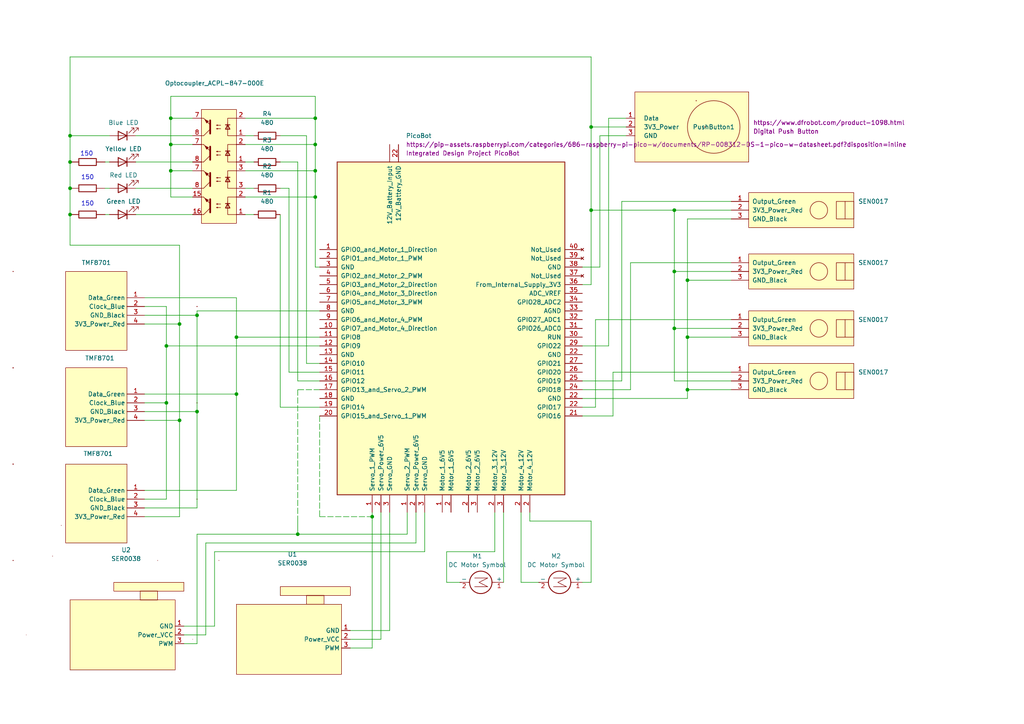
<source format=kicad_sch>
(kicad_sch (version 20250114) (generator "eeschema") (generator_version "9.0")
  (paper "A4")
  (lib_symbols
    (symbol "Device:LED" (pin_numbers (hide yes)) (pin_names (offset 1.016) (hide yes))
      (property "Reference" "D" (at 0 2.54 0))
      (property "Value" "LED" (at 0 -2.54 0))
      (symbol "LED_0_1"
        (polyline (pts (xy -3.048 -0.762) (xy -4.572 -2.286) (xy -3.81 -2.286) (xy -4.572 -2.286) (xy -4.572 -1.524)))
        (polyline (pts (xy -1.778 -0.762) (xy -3.302 -2.286) (xy -2.54 -2.286) (xy -3.302 -2.286) (xy -3.302 -1.524)))
        (polyline (pts (xy -1.27 0) (xy 1.27 0)))
        (polyline (pts (xy -1.27 -1.27) (xy -1.27 1.27)) (stroke (width 0.254)))
        (polyline (pts (xy 1.27 -1.27) (xy 1.27 1.27) (xy -1.27 0) (xy 1.27 -1.27)) (stroke (width 0.254)))
      )
      (symbol "LED_1_1"
        (pin passive line (at -3.81 0 0) (length 2.54) (name "K") (number "1"))
        (pin passive line (at 3.81 0 180) (length 2.54) (name "A") (number "2"))
      )
    )
    (symbol "Device:R" (pin_numbers (hide yes)) (pin_names (offset 0))
      (property "Reference" "R" (at 2.032 0 90))
      (property "Value" "R" (at 0 0 90))
      (symbol "R_0_1"
        (rectangle (start -1.016 -2.54) (end 1.016 2.54) (stroke (width 0.254)))
      )
      (symbol "R_1_1"
        (pin passive line (at 0 3.81 270) (length 1.27) (name "~") (number "1"))
        (pin passive line (at 0 -3.81 90) (length 1.27) (name "~") (number "2"))
      )
    )
    (symbol "IDP:Resistor" (pin_numbers (hide yes)) (pin_names (offset 0))
      (property "Datasheet" "https://static.rapidonline.com/pdf/561943_v1.pdf" (at -27.94 2.54 0))
      (property "Description" "Royal Ohm Carbon Film Resistor 0.25W" (at -27.94 5.08 0))
      (symbol "Resistor_0_1"
        (rectangle (start -1 5.08) (end 1 0) (stroke (width 0.254)))
      )
      (symbol "Resistor_1_1"
        (pin passive line (at 0 7.62 270) (length 2.54) (name "~") (number "1"))
        (pin passive line (at 0 -2.54 90) (length 2.54) (name "~") (number "2"))
      )
    )
    (symbol "IDP:Standard_Servo Graphic"
      (property "Reference" "U" (at 0 0 0))
      (property "Value" "SER0038" (at 10.16 -10.16 0))
      (property "Datasheet" "https://www.dfrobot.com/product-1177.html" (at 17.78 -25.4 0))
      (property "Description" "DF Metal Geared 15Kg Standard Servo 270° (DSS-M15S)" (at 17.78 -27.94 0))
      (symbol "Standard_Servo Graphic_0_1"
        (rectangle (start -50.8 22.86) (end -50.8 22.86))
        (rectangle (start -50.8 22.86) (end -50.8 22.86))
        (rectangle (start -30.48 27.94) (end -30.48 27.94))
        (rectangle (start -22.86 12.7) (end -22.86 12.7))
        (rectangle (start -22.86 12.7) (end -22.86 12.7))
        (rectangle (start -12.7 -10.16) (end -12.7 -10.16))
        (rectangle (start -5.08 12.7) (end -5.08 12.7))
        (rectangle (start -5.08 12.7) (end -5.08 12.7))
      )
      (symbol "Standard_Servo Graphic_1_1"
        (rectangle (start 0 0) (end 30.48 -20.32) (fill (type background)))
        (rectangle (start 12.7 5.08) (end 33.02 2.54) (fill (type background)))
        (rectangle (start 20.32 2.54) (end 25.4 0) (fill (type background)))
        (pin power_in line (at 33.02 -7.62 180) (length 2.54) (name "GND") (number "1"))
        (pin power_in line (at 33.02 -10.16 180) (length 2.54) (name "Power_VCC") (number "2"))
        (pin input line (at 33.02 -12.7 180) (length 2.54) (name "PWM") (number "3"))
      )
    )
    (symbol "IDP_sample:DC Motor Symbol" (pin_names (offset 0))
      (property "Reference" "M" (at 2.54 2.54 0))
      (property "Value" "DC Motor Symbol" (at 2.54 -5.08 0))
      (symbol "DC Motor Symbol_0_0"
        (polyline (pts (xy -1.27 -3.302) (xy -1.27 0.508) (xy 0 -2.032) (xy 1.27 0.508) (xy 1.27 -3.302)))
      )
      (symbol "DC Motor Symbol_0_1"
        (polyline (pts (xy 0 2.032) (xy 0 2.54)))
        (polyline (pts (xy 0 1.7272) (xy 0 2.0828)))
        (circle (center 0 -1.524) (radius 3.2512) (stroke (width 0.254)))
        (polyline (pts (xy 0 -4.7752) (xy 0 -5.1816)))
        (polyline (pts (xy 0 -7.62) (xy 0 -7.112)))
      )
      (symbol "DC Motor Symbol_1_1"
        (pin passive line (at 0 5.08 270) (length 2.54) (name "+") (number "1"))
        (pin passive line (at 0 -7.62 90) (length 2.54) (name "-") (number "2"))
      )
    )
    (symbol "IDP_sample:Line_Sensor" (pin_names (offset 1))
      (property "Value" "SEN0017" (at 0 7.62 0))
      (property "Datasheet" "https://www.dfrobot.com/product-85.html" (at 2.54 -12.7 0))
      (property "Description" "Line tracking sensor guides robots by distinguishing white from black via TTL signal." (at 12.7 -15.24 0))
      (symbol "Line_Sensor_1_1"
        (rectangle (start -15.24 5.08) (end 15.24 -5.08) (fill (type background)))
        (circle (center 5.08 0) (radius 2.54))
        (polyline (pts (xy 12.7 2.54) (xy 12.7 -2.54)))
        (rectangle (start 15.24 2.54) (end 10.16 -2.54))
        (pin output line (at -20.32 2.54 0) (length 5.08) (name "Output_Green") (number "1"))
        (pin power_in line (at -20.32 0 0) (length 5.08) (name "3V3_Power_Red") (number "2"))
        (pin power_in line (at -20.32 -2.54 0) (length 5.08) (name "GND_Black") (number "3"))
      )
    )
    (symbol "IDP_sample:Optocoupler_DC_PhotoNPN_AKEC"
      (property "Value" "Optocoupler_ACPL-847-000E" (at -15.24 -20.32 0))
      (property "Datasheet" "https://docs.broadcom.com/doc/AV02-1429EN" (at -20.32 27.94 0))
      (property "Description" "Optocoupler, Transistor Output, 4 Channel, DIP, 16 Pins, 50 mA, 5 kV, 50 %" (at 2.54 20.32 0))
      (symbol "Optocoupler_DC_PhotoNPN_AKEC_0_1"
        (polyline (pts (xy -5.08 12.7) (xy -2.54 12.7) (xy -2.54 8.89) (xy -2.54 10.795)))
        (polyline (pts (xy -5.08 5.08) (xy -2.54 5.08) (xy -2.54 1.27) (xy -2.54 3.175)))
        (polyline (pts (xy -5.08 -2.54) (xy -2.54 -2.54) (xy -2.54 -6.35) (xy -2.54 -4.445)))
        (polyline (pts (xy -5.08 -10.16) (xy -2.54 -10.16) (xy -2.54 -13.97) (xy -2.54 -12.065)))
        (polyline (pts (xy -3.175 9.525) (xy -1.905 9.525)) (stroke (width 0.254)))
        (polyline (pts (xy -3.175 1.905) (xy -1.905 1.905)) (stroke (width 0.254)))
        (polyline (pts (xy -3.175 -5.715) (xy -1.905 -5.715)) (stroke (width 0.254)))
        (polyline (pts (xy -3.175 -13.335) (xy -1.905 -13.335)) (stroke (width 0.254)))
        (polyline (pts (xy -2.54 9.525) (xy -2.54 7.62) (xy -5.08 7.62)))
        (polyline (pts (xy -2.54 9.525) (xy -3.175 10.795) (xy -1.905 10.795) (xy -2.54 9.525)) (stroke (width 0.254)))
        (polyline (pts (xy -2.54 1.905) (xy -2.54 0) (xy -5.08 0)))
        (polyline (pts (xy -2.54 1.905) (xy -3.175 3.175) (xy -1.905 3.175) (xy -2.54 1.905)) (stroke (width 0.254)))
        (polyline (pts (xy -2.54 -5.715) (xy -2.54 -7.62) (xy -5.08 -7.62)))
        (polyline (pts (xy -2.54 -5.715) (xy -3.175 -4.445) (xy -1.905 -4.445) (xy -2.54 -5.715)) (stroke (width 0.254)))
        (polyline (pts (xy -2.54 -13.335) (xy -2.54 -15.24) (xy -5.08 -15.24)))
        (polyline (pts (xy -2.54 -13.335) (xy -3.175 -12.065) (xy -1.905 -12.065) (xy -2.54 -13.335)) (stroke (width 0.254)))
        (polyline (pts (xy -0.508 10.668) (xy 0.762 10.668) (xy 0.381 10.541) (xy 0.381 10.795) (xy 0.762 10.668)))
        (polyline (pts (xy -0.508 9.652) (xy 0.762 9.652) (xy 0.381 9.525) (xy 0.381 9.779) (xy 0.762 9.652)))
        (polyline (pts (xy -0.508 3.048) (xy 0.762 3.048) (xy 0.381 2.921) (xy 0.381 3.175) (xy 0.762 3.048)))
        (polyline (pts (xy -0.508 2.032) (xy 0.762 2.032) (xy 0.381 1.905) (xy 0.381 2.159) (xy 0.762 2.032)))
        (polyline (pts (xy -0.508 -4.572) (xy 0.762 -4.572) (xy 0.381 -4.699) (xy 0.381 -4.445) (xy 0.762 -4.572)))
        (polyline (pts (xy -0.508 -5.588) (xy 0.762 -5.588) (xy 0.381 -5.715) (xy 0.381 -5.461) (xy 0.762 -5.588)))
        (polyline (pts (xy -0.508 -12.192) (xy 0.762 -12.192) (xy 0.381 -12.319) (xy 0.381 -12.065) (xy 0.762 -12.192)))
        (polyline (pts (xy -0.508 -13.208) (xy 0.762 -13.208) (xy 0.381 -13.335) (xy 0.381 -13.081) (xy 0.762 -13.208)))
        (polyline (pts (xy 2.54 12.065) (xy 2.54 8.255)) (stroke (width 0.508)))
        (polyline (pts (xy 2.54 10.795) (xy 4.445 12.7)))
        (polyline (pts (xy 2.54 4.445) (xy 2.54 0.635)) (stroke (width 0.508)))
        (polyline (pts (xy 2.54 3.175) (xy 4.445 5.08)))
        (polyline (pts (xy 2.54 -3.175) (xy 2.54 -6.985)) (stroke (width 0.508)))
        (polyline (pts (xy 2.54 -4.445) (xy 4.445 -2.54)))
        (polyline (pts (xy 2.54 -10.795) (xy 2.54 -14.605)) (stroke (width 0.508)))
        (polyline (pts (xy 2.54 -12.065) (xy 4.445 -10.16)))
        (polyline (pts (xy 3.048 8.509) (xy 3.556 9.017) (xy 4.064 8.001) (xy 3.048 8.509)) (fill (type outline)))
        (polyline (pts (xy 3.048 0.889) (xy 3.556 1.397) (xy 4.064 0.381) (xy 3.048 0.889)) (fill (type outline)))
        (polyline (pts (xy 3.048 -6.731) (xy 3.556 -6.223) (xy 4.064 -7.239) (xy 3.048 -6.731)) (fill (type outline)))
        (polyline (pts (xy 3.048 -14.351) (xy 3.556 -13.843) (xy 4.064 -14.859) (xy 3.048 -14.351)) (fill (type outline)))
        (polyline (pts (xy 4.445 12.7) (xy 5.08 12.7)))
        (polyline (pts (xy 4.445 7.62) (xy 2.54 9.525)) (fill (type outline)))
        (polyline (pts (xy 4.445 7.62) (xy 5.08 7.62)))
        (polyline (pts (xy 4.445 5.08) (xy 5.08 5.08)))
        (polyline (pts (xy 4.445 0) (xy 2.54 1.905)) (fill (type outline)))
        (polyline (pts (xy 4.445 0) (xy 5.08 0)))
        (polyline (pts (xy 4.445 -2.54) (xy 5.08 -2.54)))
        (polyline (pts (xy 4.445 -7.62) (xy 2.54 -5.715)) (fill (type outline)))
        (polyline (pts (xy 4.445 -7.62) (xy 5.08 -7.62)))
        (polyline (pts (xy 4.445 -10.16) (xy 5.08 -10.16)))
        (polyline (pts (xy 4.445 -15.24) (xy 2.54 -13.335)) (fill (type outline)))
        (polyline (pts (xy 4.445 -15.24) (xy 5.08 -15.24)))
        (rectangle (start 5.08 12.7) (end 5.08 12.7))
        (rectangle (start 5.08 12.7) (end 5.08 12.7))
        (rectangle (start 5.08 5.08) (end 5.08 5.08))
        (rectangle (start 5.08 5.08) (end 5.08 5.08))
        (rectangle (start 5.08 5.08) (end 5.08 5.08))
        (rectangle (start 5.08 -2.54) (end 5.08 -2.54))
        (rectangle (start 5.08 -2.54) (end 5.08 -2.54))
        (rectangle (start 5.08 -10.16) (end 5.08 -10.16))
        (rectangle (start 5.08 -10.16) (end 5.08 -10.16))
        (rectangle (start 7.62 12.7) (end 5.08 12.7))
        (rectangle (start 7.62 12.7) (end 7.62 12.7))
        (rectangle (start 7.62 12.7) (end 7.62 12.7))
        (rectangle (start 7.62 5.08) (end 5.08 5.08))
        (rectangle (start 7.62 5.08) (end 7.62 5.08))
        (rectangle (start 7.62 5.08) (end 7.62 5.08))
        (rectangle (start 7.62 -2.54) (end 5.08 -2.54))
        (rectangle (start 7.62 -2.54) (end 7.62 -2.54))
        (rectangle (start 7.62 -2.54) (end 7.62 -2.54))
        (rectangle (start 7.62 -10.16) (end 5.08 -10.16))
        (rectangle (start 7.62 -10.16) (end 7.62 -10.16))
        (rectangle (start 7.62 -10.16) (end 7.62 -10.16))
      )
      (symbol "Optocoupler_DC_PhotoNPN_AKEC_1_1"
        (rectangle (start -5.08 15.24) (end 5.08 -17.78) (fill (type color) (color 255 255 194 1)))
        (pin passive line (at -7.62 12.7 0) (length 2.54) (name "~") (number "1"))
        (pin passive line (at -7.62 7.62 0) (length 2.54) (name "~") (number "2"))
        (pin passive line (at -7.62 5.08 0) (length 2.54) (name "~") (number "3"))
        (pin passive line (at -7.62 0 0) (length 2.54) (name "~") (number "3"))
        (pin passive line (at -7.62 -2.54 0) (length 2.54) (name "~") (number "1"))
        (pin passive line (at -7.62 -7.62 0) (length 2.54) (name "~") (number "2"))
        (pin passive line (at -7.62 -10.16 0) (length 2.54) (name "~") (number "1"))
        (pin passive line (at -7.62 -15.24 0) (length 2.54) (name "~") (number "2"))
        (pin passive line (at 7.62 12.7 180) (length 2.54) (name "~") (number "16"))
        (pin passive line (at 7.62 7.62 180) (length 2.54) (name "~") (number "15"))
        (pin passive line (at 7.62 5.08 180) (length 2.54) (name "~") (number "8"))
        (pin passive line (at 7.62 0 180) (length 2.54) (name "~") (number "7"))
        (pin passive line (at 7.62 -2.54 180) (length 2.54) (name "~") (number "8"))
        (pin passive line (at 7.62 -7.62 180) (length 2.54) (name "~") (number "7"))
        (pin passive line (at 7.62 -10.16 180) (length 2.54) (name "~") (number "8"))
        (pin passive line (at 7.62 -15.24 180) (length 2.54) (name "~") (number "7"))
      )
    )
    (symbol "IDP_sample:PicoBot" (pin_names (offset 1))
      (property "Value" "PicoBot" (at 78.74 -43.18 0))
      (property "Datasheet" "https://pip-assets.raspberrypi.com/categories/686-raspberry-pi-pico-w/documents/RP-008312-DS-1-pico-w-datasheet.pdf?disposition=inline" (at 2.54 -63.5 0))
      (property "Description" "Integrated Design Project PicoBot" (at 2.54 -66.04 0))
      (symbol "PicoBot_0_1"
        (rectangle (start -27.94 15.24) (end -27.94 15.24))
        (polyline (pts (xy -27.94 15.24) (xy -27.94 15.24)))
        (polyline (pts (xy -27.94 15.24) (xy -27.94 15.24)))
        (polyline (pts (xy -27.94 15.24) (xy -27.94 15.24)))
      )
      (symbol "PicoBot_1_1"
        (rectangle (start -33.02 53.34) (end 33.02 -43.18) (stroke (width 0.254)) (fill (type color) (color 255 255 194 1)))
        (pin bidirectional line (at -38.1 27.94 0) (length 5.08) (name "GPIO0_and_Motor_1_Direction") (number "1"))
        (pin bidirectional line (at -38.1 25.4 0) (length 5.08) (name "GPIO1_and_Motor_1_PWM") (number "2"))
        (pin power_out line (at -38.1 22.86 0) (length 5.08) (name "GND") (number "3"))
        (pin bidirectional line (at -38.1 20.32 0) (length 5.08) (name "GPIO2_and_Motor_2_PWM") (number "4"))
        (pin bidirectional line (at -38.1 17.78 0) (length 5.08) (name "GPIO3_and_Motor_2_Direction") (number "5"))
        (pin bidirectional line (at -38.1 15.24 0) (length 5.08) (name "GPIO4_and_Motor_3_Direction") (number "6"))
        (pin bidirectional line (at -38.1 12.7 0) (length 5.08) (name "GPIO5_and_Motor_3_PWM") (number "7"))
        (pin power_out line (at -38.1 10.16 0) (length 5.08) (name "GND") (number "8"))
        (pin bidirectional line (at -38.1 7.62 0) (length 5.08) (name "GPIO6_and_Motor_4_PWM") (number "9"))
        (pin bidirectional line (at -38.1 5.08 0) (length 5.08) (name "GPIO7_and_Motor_4_Direction") (number "10"))
        (pin bidirectional line (at -38.1 2.54 0) (length 5.08) (name "GPIO8") (number "11"))
        (pin bidirectional line (at -38.1 0 0) (length 5.08) (name "GPIO9") (number "12"))
        (pin power_out line (at -38.1 -2.54 0) (length 5.08) (name "GND") (number "13"))
        (pin bidirectional line (at -38.1 -5.08 0) (length 5.08) (name "GPIO10") (number "14"))
        (pin bidirectional line (at -38.1 -7.62 0) (length 5.08) (name "GPIO11") (number "15"))
        (pin bidirectional line (at -38.1 -10.16 0) (length 5.08) (name "GPIO12") (number "16"))
        (pin bidirectional line (at -38.1 -12.7 0) (length 5.08) (name "GPIO13_and_Servo_2_PWM") (number "17"))
        (pin power_out line (at -38.1 -15.24 0) (length 5.08) (name "GND") (number "18"))
        (pin bidirectional line (at -38.1 -17.78 0) (length 5.08) (name "GPIO14") (number "19"))
        (pin bidirectional line (at -38.1 -20.32 0) (length 5.08) (name "GPIO15_and_Servo_1_PWM") (number "20"))
        (pin output line (at -22.86 -48.26 90) (length 5.08) (name "Servo_1_PWM") (number "1"))
        (pin power_out line (at -20.32 -48.26 90) (length 5.08) (name "Servo_Power_6V5") (number "2"))
        (pin power_in line (at -17.78 58.42 270) (length 5.08) (name "12V_Battery_Input") (number ""))
        (pin power_out line (at -17.78 -48.26 90) (length 5.08) (name "Servo_GND") (number "3"))
        (pin power_out line (at -15.24 58.42 270) (length 5.08) (name "12V_Battery_GND") (number "22"))
        (pin output line (at -12.7 -48.26 90) (length 5.08) (name "Servo_2_PWM") (number "1"))
        (pin power_out line (at -10.16 -48.26 90) (length 5.08) (name "Servo_Power_6V5") (number "2"))
        (pin power_out line (at -7.62 -48.26 90) (length 5.08) (name "Servo_GND") (number "3"))
        (pin power_out line (at -2.54 -48.26 90) (length 5.08) (name "Motor_1_6V5") (number "1"))
        (pin power_out line (at 0 -48.26 90) (length 5.08) (name "Motor_1_6V5") (number "2"))
        (pin power_out line (at 5.08 -48.26 90) (length 5.08) (name "Motor_2_6V5") (number "2"))
        (pin power_out line (at 7.62 -48.26 90) (length 5.08) (name "Motor_2_6V5") (number "3"))
        (pin power_out line (at 12.7 -48.26 90) (length 5.08) (name "Motor_3_12V") (number "2"))
        (pin power_out line (at 15.24 -48.26 90) (length 5.08) (name "Motor_3_12V") (number "3"))
        (pin power_out line (at 20.32 -48.26 90) (length 5.08) (name "Motor_4_12V") (number "2"))
        (pin power_out line (at 22.86 -48.26 90) (length 5.08) (name "Motor_4_12V") (number "2"))
        (pin no_connect line (at 38.1 27.94 180) (length 5.08) (name "Not_Used") (number "40"))
        (pin no_connect line (at 38.1 25.4 180) (length 5.08) (name "Not_Used") (number "39"))
        (pin power_out line (at 38.1 22.86 180) (length 5.08) (name "GND") (number "38"))
        (pin no_connect line (at 38.1 20.32 180) (length 5.08) (name "Not_Used") (number "37"))
        (pin power_out line (at 38.1 17.78 180) (length 5.08) (name "From_Internal_Supply_3V3") (number "36"))
        (pin power_in line (at 38.1 15.24 180) (length 5.08) (name "ADC_VREF") (number "35"))
        (pin bidirectional line (at 38.1 12.7 180) (length 5.08) (name "GPIO28_ADC2") (number "34"))
        (pin power_out line (at 38.1 10.16 180) (length 5.08) (name "AGND") (number "33"))
        (pin bidirectional line (at 38.1 7.62 180) (length 5.08) (name "GPIO27_ADC1") (number "32"))
        (pin bidirectional line (at 38.1 5.08 180) (length 5.08) (name "GPIO26_ADC0") (number "31"))
        (pin passive line (at 38.1 2.54 180) (length 5.08) (name "RUN") (number "30"))
        (pin bidirectional line (at 38.1 0 180) (length 5.08) (name "GPIO22") (number "29"))
        (pin power_out line (at 38.1 -2.54 180) (length 5.08) (name "GND") (number "22"))
        (pin bidirectional line (at 38.1 -5.08 180) (length 5.08) (name "GPIO21") (number "27"))
        (pin bidirectional line (at 38.1 -7.62 180) (length 5.08) (name "GPIO20") (number "26"))
        (pin bidirectional line (at 38.1 -10.16 180) (length 5.08) (name "GPIO19") (number "25"))
        (pin bidirectional line (at 38.1 -12.7 180) (length 5.08) (name "GPIO18") (number "24"))
        (pin power_out line (at 38.1 -15.24 180) (length 5.08) (name "GND") (number "22"))
        (pin bidirectional line (at 38.1 -17.78 180) (length 5.08) (name "GPIO17") (number "22"))
        (pin bidirectional line (at 38.1 -20.32 180) (length 5.08) (name "GPIO16") (number "21"))
      )
    )
    (symbol "IDP_sample:Push_Button" (pin_names (offset 2.54))
      (property "Reference" "PushButton" (at 5.08 0 0))
      (property "Datasheet" "https://www.dfrobot.com/product-1098.html" (at 0 15.24 0))
      (property "Description" "Digital Push Button" (at 0 17.78 0))
      (symbol "Push_Button_1_1"
        (rectangle (start -17.78 10.16) (end 15.24 -10.16) (fill (type background)))
        (circle (center 0 7.62) (radius 0.0001))
        (circle (center 2.54 0) (radius 0.0001))
        (circle (center 5.08 0) (radius 7.62))
        (pin output line (at -20.32 2.54 0) (length 2.54) (name "Data") (number "1"))
        (pin power_in line (at -20.32 0 0) (length 2.54) (name "3V3_Power") (number "2"))
        (pin power_in line (at -20.32 -2.54 0) (length 2.54) (name "GND") (number "3"))
      )
    )
    (symbol "IDP_sample:TMF8701_Distance_Sensor"
      (property "Value" "TMF8701" (at 2.54 -15.24 0))
      (property "Datasheet" "https://www.dfrobot.com/product-2462.html" (at 2.54 -20.32 0))
      (property "Description" "TMF8701 ToF Distance Ranging Sensor (10-600mm)" (at 2.54 -22.86 0))
      (symbol "TMF8701_Distance_Sensor_0_1"
        (circle (center 27.94 -12.7) (radius 0.0001))
      )
      (symbol "TMF8701_Distance_Sensor_1_1"
        (circle (center -25.4 -2.54) (radius 0.0001))
        (rectangle (start 12.7 10.16) (end -5.08 -12.7) (fill (type background)))
        (circle (center 27.94 15.24) (radius 0.0001))
        (pin power_in line (at -10.16 2.54 0) (length 5.08) (name "3V3_Power_Red") (number "4"))
        (pin power_in line (at -10.16 0 0) (length 5.08) (name "GND_Black") (number "3"))
        (pin input line (at -10.16 -2.54 0) (length 5.08) (name "Clock_Blue") (number "2"))
        (pin bidirectional line (at -10.16 -5.08 0) (length 5.08) (name "Data_Green") (number "1"))
      )
    )
  )
  (text "150\n" (at 25.4 51.562 0) (effects (font (size 1.27 1.27))))
  (text "150\n" (at 25.146 44.704 0) (effects (font (size 1.27 1.27))))
  (text "150\n" (at 25.4 59.182 0) (effects (font (size 1.27 1.27))))
  (junction (at 171.45 36.83))
  (junction (at 171.45 60.96))
  (junction (at 199.39 97.79))
  (junction (at 68.58 97.79))
  (junction (at 68.58 114.3))
  (junction (at 91.44 57.15))
  (junction (at 20.32 54.61))
  (junction (at 52.07 93.98))
  (junction (at 52.07 121.92))
  (junction (at 91.44 41.91))
  (junction (at 49.53 41.91))
  (junction (at 20.32 62.23))
  (junction (at 195.58 95.25))
  (junction (at 57.15 119.38))
  (junction (at 199.39 113.03))
  (junction (at 107.95 149.86))
  (junction (at 20.32 46.99))
  (junction (at 86.36 154.94))
  (junction (at 57.15 91.44))
  (junction (at 195.58 78.74))
  (junction (at 49.53 34.29))
  (junction (at 195.58 60.96))
  (junction (at 199.39 81.28))
  (junction (at 48.26 116.84))
  (junction (at 91.44 49.53))
  (junction (at 91.44 34.29))
  (junction (at 49.53 49.53))
  (junction (at 20.32 39.37))
  (junction (at 48.26 100.33))
  (wire (pts (xy 57.15 186.69) (xy 57.15 154.94)))
  (wire (pts (xy 195.58 95.25) (xy 195.58 78.74)))
  (wire (pts (xy 49.53 34.29) (xy 55.88 34.29)))
  (wire (pts (xy 101.6 187.96) (xy 107.95 187.96)))
  (wire (pts (xy 86.36 113.03) (xy 86.36 151.13)) (stroke (width 0) (type dash)))
  (wire (pts (xy 71.12 57.15) (xy 91.44 57.15)))
  (wire (pts (xy 41.91 147.32) (xy 57.15 147.32)))
  (wire (pts (xy 41.91 144.78) (xy 48.26 144.78)))
  (wire (pts (xy 212.09 95.25) (xy 195.58 95.25)))
  (wire (pts (xy 39.37 54.61) (xy 55.88 54.61)))
  (wire (pts (xy 92.71 90.17) (xy 57.15 90.17)))
  (wire (pts (xy 68.58 114.3) (xy 68.58 97.79)))
  (wire (pts (xy 151.13 148.59) (xy 151.13 168.91)))
  (wire (pts (xy 71.12 34.29) (xy 91.44 34.29)))
  (wire (pts (xy 41.91 119.38) (xy 57.15 119.38)))
  (wire (pts (xy 57.15 119.38) (xy 57.15 147.32)))
  (wire (pts (xy 118.11 154.94) (xy 118.11 148.59)))
  (wire (pts (xy 171.45 16.51) (xy 20.32 16.51)))
  (wire (pts (xy 71.12 41.91) (xy 91.44 41.91)))
  (wire (pts (xy 55.88 57.15) (xy 49.53 57.15)))
  (wire (pts (xy 62.23 160.02) (xy 123.19 160.02)))
  (wire (pts (xy 171.45 60.96) (xy 171.45 36.83)))
  (wire (pts (xy 48.26 116.84) (xy 48.26 144.78)))
  (wire (pts (xy 83.82 107.95) (xy 83.82 54.61)))
  (wire (pts (xy 195.58 78.74) (xy 195.58 60.96)))
  (wire (pts (xy 73.66 46.99) (xy 71.12 46.99)))
  (wire (pts (xy 107.95 149.86) (xy 107.95 148.59)))
  (wire (pts (xy 143.51 148.59) (xy 143.51 160.02)))
  (wire (pts (xy 172.72 92.71) (xy 212.09 92.71)))
  (wire (pts (xy 20.32 39.37) (xy 20.32 46.99)))
  (wire (pts (xy 91.44 41.91) (xy 91.44 49.53)))
  (wire (pts (xy 151.13 168.91) (xy 156.21 168.91)))
  (wire (pts (xy 20.32 71.12) (xy 52.07 71.12)))
  (wire (pts (xy 143.51 160.02) (xy 129.54 160.02)))
  (wire (pts (xy 57.15 90.17) (xy 57.15 91.44)))
  (wire (pts (xy 110.49 185.42) (xy 110.49 148.59)))
  (wire (pts (xy 39.37 46.99) (xy 55.88 46.99)))
  (wire (pts (xy 91.44 49.53) (xy 91.44 57.15)))
  (wire (pts (xy 199.39 115.57) (xy 168.91 115.57)))
  (wire (pts (xy 129.54 168.91) (xy 133.35 168.91)))
  (wire (pts (xy 41.91 121.92) (xy 52.07 121.92)))
  (wire (pts (xy 59.69 157.48) (xy 120.65 157.48)))
  (wire (pts (xy 171.45 151.13) (xy 153.67 151.13)))
  (wire (pts (xy 41.91 116.84) (xy 48.26 116.84)))
  (wire (pts (xy 41.91 114.3) (xy 68.58 114.3)))
  (wire (pts (xy 20.32 46.99) (xy 20.32 54.61)))
  (wire (pts (xy 172.72 118.11) (xy 172.72 92.71)))
  (wire (pts (xy 171.45 168.91) (xy 171.45 151.13)))
  (wire (pts (xy 91.44 34.29) (xy 91.44 41.91)))
  (wire (pts (xy 199.39 97.79) (xy 199.39 113.03)))
  (wire (pts (xy 92.71 107.95) (xy 83.82 107.95)))
  (wire (pts (xy 52.07 93.98) (xy 52.07 121.92)))
  (wire (pts (xy 176.53 34.29) (xy 176.53 100.33)))
  (wire (pts (xy 199.39 81.28) (xy 199.39 97.79)))
  (wire (pts (xy 168.91 118.11) (xy 172.72 118.11)))
  (wire (pts (xy 212.09 81.28) (xy 199.39 81.28)))
  (wire (pts (xy 212.09 78.74) (xy 195.58 78.74)))
  (wire (pts (xy 113.03 148.59) (xy 113.03 182.88)))
  (wire (pts (xy 88.9 105.41) (xy 92.71 105.41)))
  (wire (pts (xy 41.91 88.9) (xy 48.26 88.9)))
  (wire (pts (xy 81.28 62.23) (xy 81.28 118.11)))
  (wire (pts (xy 177.8 120.65) (xy 177.8 107.95)))
  (wire (pts (xy 101.6 185.42) (xy 110.49 185.42)))
  (wire (pts (xy 168.91 82.55) (xy 171.45 82.55)))
  (wire (pts (xy 39.37 39.37) (xy 55.88 39.37)))
  (wire (pts (xy 171.45 36.83) (xy 171.45 16.51)))
  (wire (pts (xy 177.8 107.95) (xy 212.09 107.95)))
  (wire (pts (xy 92.71 120.65) (xy 92.71 149.86)) (stroke (width 0) (type dash)))
  (wire (pts (xy 86.36 154.94) (xy 118.11 154.94)))
  (wire (pts (xy 173.99 39.37) (xy 173.99 77.47)))
  (wire (pts (xy 92.71 110.49) (xy 86.36 110.49)))
  (wire (pts (xy 20.32 16.51) (xy 20.32 39.37)))
  (wire (pts (xy 199.39 113.03) (xy 212.09 113.03)))
  (wire (pts (xy 39.37 62.23) (xy 55.88 62.23)))
  (wire (pts (xy 181.61 39.37) (xy 173.99 39.37)))
  (wire (pts (xy 59.69 184.15) (xy 59.69 157.48)))
  (wire (pts (xy 49.53 34.29) (xy 49.53 27.94)))
  (wire (pts (xy 173.99 77.47) (xy 168.91 77.47)))
  (wire (pts (xy 199.39 63.5) (xy 199.39 81.28)))
  (wire (pts (xy 62.23 181.61) (xy 62.23 160.02)))
  (wire (pts (xy 212.09 76.2) (xy 182.88 76.2)))
  (wire (pts (xy 92.71 149.86) (xy 107.95 149.86)) (stroke (width 0) (type dash)))
  (wire (pts (xy 168.91 168.91) (xy 171.45 168.91)))
  (wire (pts (xy 92.71 100.33) (xy 48.26 100.33)))
  (wire (pts (xy 30.48 46.99) (xy 31.75 46.99)))
  (wire (pts (xy 91.44 57.15) (xy 91.44 77.47)))
  (wire (pts (xy 153.67 148.59) (xy 153.67 151.13)))
  (wire (pts (xy 49.53 27.94) (xy 91.44 27.94)))
  (wire (pts (xy 30.48 54.61) (xy 31.75 54.61)))
  (wire (pts (xy 86.36 46.99) (xy 81.28 46.99)))
  (wire (pts (xy 101.6 182.88) (xy 113.03 182.88)))
  (wire (pts (xy 171.45 60.96) (xy 195.58 60.96)))
  (wire (pts (xy 49.53 49.53) (xy 49.53 41.91)))
  (wire (pts (xy 52.07 121.92) (xy 52.07 149.86)))
  (wire (pts (xy 212.09 97.79) (xy 199.39 97.79)))
  (wire (pts (xy 212.09 110.49) (xy 195.58 110.49)))
  (wire (pts (xy 68.58 97.79) (xy 92.71 97.79)))
  (wire (pts (xy 53.34 186.69) (xy 57.15 186.69)))
  (wire (pts (xy 199.39 113.03) (xy 199.39 115.57)))
  (wire (pts (xy 53.34 181.61) (xy 62.23 181.61)))
  (wire (pts (xy 41.91 93.98) (xy 52.07 93.98)))
  (wire (pts (xy 52.07 149.86) (xy 41.91 149.86)))
  (wire (pts (xy 52.07 71.12) (xy 52.07 93.98)))
  (wire (pts (xy 81.28 118.11) (xy 92.71 118.11)))
  (wire (pts (xy 212.09 63.5) (xy 199.39 63.5)))
  (wire (pts (xy 53.34 184.15) (xy 59.69 184.15)))
  (wire (pts (xy 68.58 114.3) (xy 68.58 142.24)))
  (wire (pts (xy 73.66 54.61) (xy 71.12 54.61)))
  (wire (pts (xy 49.53 41.91) (xy 49.53 34.29)))
  (wire (pts (xy 88.9 39.37) (xy 88.9 105.41)))
  (wire (pts (xy 83.82 54.61) (xy 81.28 54.61)))
  (wire (pts (xy 68.58 86.36) (xy 68.58 97.79)))
  (wire (pts (xy 30.48 62.23) (xy 31.75 62.23)))
  (wire (pts (xy 48.26 100.33) (xy 48.26 88.9)))
  (wire (pts (xy 57.15 91.44) (xy 57.15 119.38)))
  (wire (pts (xy 49.53 49.53) (xy 55.88 49.53)))
  (wire (pts (xy 146.05 148.59) (xy 146.05 168.91)))
  (wire (pts (xy 171.45 82.55) (xy 171.45 60.96)))
  (wire (pts (xy 107.95 187.96) (xy 107.95 149.86)))
  (wire (pts (xy 92.71 113.03) (xy 86.36 113.03)) (stroke (width 0) (type dash)))
  (wire (pts (xy 182.88 113.03) (xy 168.91 113.03)))
  (wire (pts (xy 41.91 86.36) (xy 68.58 86.36)))
  (wire (pts (xy 73.66 62.23) (xy 71.12 62.23)))
  (wire (pts (xy 120.65 157.48) (xy 120.65 148.59)))
  (wire (pts (xy 195.58 110.49) (xy 195.58 95.25)))
  (wire (pts (xy 41.91 142.24) (xy 68.58 142.24)))
  (wire (pts (xy 86.36 110.49) (xy 86.36 46.99)))
  (wire (pts (xy 71.12 49.53) (xy 91.44 49.53)))
  (wire (pts (xy 195.58 60.96) (xy 212.09 60.96)))
  (wire (pts (xy 171.45 36.83) (xy 181.61 36.83)))
  (wire (pts (xy 91.44 77.47) (xy 92.71 77.47)))
  (wire (pts (xy 49.53 41.91) (xy 55.88 41.91)))
  (wire (pts (xy 180.34 58.42) (xy 180.34 110.49)))
  (wire (pts (xy 180.34 110.49) (xy 168.91 110.49)))
  (wire (pts (xy 182.88 76.2) (xy 182.88 113.03)))
  (wire (pts (xy 41.91 91.44) (xy 57.15 91.44)))
  (wire (pts (xy 168.91 120.65) (xy 177.8 120.65)))
  (wire (pts (xy 20.32 39.37) (xy 31.75 39.37)))
  (wire (pts (xy 73.66 39.37) (xy 71.12 39.37)))
  (wire (pts (xy 181.61 34.29) (xy 176.53 34.29)))
  (wire (pts (xy 20.32 54.61) (xy 20.32 62.23)))
  (wire (pts (xy 48.26 100.33) (xy 48.26 116.84)))
  (wire (pts (xy 176.53 100.33) (xy 168.91 100.33)))
  (wire (pts (xy 91.44 27.94) (xy 91.44 34.29)))
  (wire (pts (xy 49.53 57.15) (xy 49.53 49.53)))
  (wire (pts (xy 123.19 160.02) (xy 123.19 148.59)))
  (wire (pts (xy 20.32 62.23) (xy 20.32 71.12)))
  (wire (pts (xy 129.54 160.02) (xy 129.54 168.91)))
  (wire (pts (xy 212.09 58.42) (xy 180.34 58.42)))
  (wire (pts (xy 86.36 154.94) (xy 86.36 151.13)))
  (wire (pts (xy 88.9 39.37) (xy 81.28 39.37)))
  (wire (pts (xy 57.15 154.94) (xy 86.36 154.94)))
  (symbol (lib_id "IDP:Standard_Servo Graphic") (at 20.32 173.99 0) (unit 1)
    (property "Reference" "U2" (at 36.576 159.512 0))
    (property "Value" "SER0038" (at 36.576 162.052 0))
    (property "Footprint" "Connector_PinHeader_2.54mm:PinHeader_1x03_P2.54mm_Vertical" (effects (hide yes)))
    (property "Datasheet" "https://www.dfrobot.com/product-1177.html" (effects (hide yes)))
    (property "Description" "DF Metal Geared 15Kg Standard Servo 270° (DSS-M15S)" (effects (hide yes)))
  )
  (symbol (lib_id "IDP:Standard_Servo Graphic") (at 68.58 175.26 0) (unit 1)
    (property "Reference" "U1" (at 84.836 160.782 0))
    (property "Value" "SER0038" (at 84.836 163.322 0))
    (property "Footprint" "Connector_PinHeader_2.54mm:PinHeader_1x03_P2.54mm_Vertical" (effects (hide yes)))
    (property "Datasheet" "https://www.dfrobot.com/product-1177.html" (effects (hide yes)))
    (property "Description" "DF Metal Geared 15Kg Standard Servo 270° (DSS-M15S)" (effects (hide yes)))
  )
  (symbol (lib_id "Device:R") (at 77.47 46.99 90) (unit 1)
    (property "Reference" "R3" (at 77.47 40.64 90))
    (property "Value" "480" (at 77.47 43.18 90))
    (property "Footprint" "Resistor_THT:R_Axial_DIN0207_L6.3mm_D2.5mm_P7.62mm_Horizontal" (effects (hide yes)))
    (property "Description" "Resistor" (effects (hide yes)))
  )
  (symbol (lib_id "Device:LED") (at 35.56 46.99 180) (unit 1)
    (property "Reference" "D3" (effects (hide yes)))
    (property "Value" "Yellow LED" (at 35.814 43.18 0))
    (property "Footprint" "LED_THT:LED_D5.0mm" (effects (hide yes)))
    (property "Description" "Light emitting diode" (effects (hide yes)))
    (property "Sim.Pins" "1=K 2=A" (effects (hide yes)))
  )
  (symbol (lib_id "IDP_sample:TMF8701_Distance_Sensor") (at 31.75 147.32 180) (unit 1)
    (property "Reference" "Sensor6" (effects (hide yes)))
    (property "Value" "TMF8701" (at 28.448 131.572 0))
    (property "Footprint" "Connector_PinHeader_2.54mm:PinHeader_1x04_P2.54mm_Vertical" (effects (hide yes)))
    (property "Datasheet" "https://www.dfrobot.com/product-2462.html" (effects (hide yes)))
    (property "Description" "TMF8701 ToF Distance Ranging Sensor (10-600mm)" (effects (hide yes)))
  )
  (symbol (lib_id "IDP_sample:Line_Sensor") (at 232.41 95.25 0) (unit 1)
    (property "Reference" "Sensor3" (effects (hide yes)))
    (property "Value" "SEN0017" (at 248.92 92.7099 0) (effects (justify left)))
    (property "Footprint" "Connector_PinHeader_2.54mm:PinHeader_1x03_P2.54mm_Vertical" (effects (hide yes)))
    (property "Datasheet" "https://www.dfrobot.com/product-85.html" (effects (hide yes)))
    (property "Description" "Line tracking sensor guides robots by distinguishing white from black via TTL signal." (effects (hide yes)))
  )
  (symbol (lib_id "IDP:Resistor") (at 22.86 62.23 270) (unit 1)
    (property "Reference" "Resistor1" (effects (hide yes)))
    (property "Value" "Test" (effects (hide yes)))
    (property "Footprint" "Resistor_THT:R_Axial_DIN0207_L6.3mm_D2.5mm_P7.62mm_Horizontal" (effects (hide yes)))
    (property "Datasheet" "https://static.rapidonline.com/pdf/561943_v1.pdf" (effects (hide yes)))
    (property "Description" "Royal Ohm Carbon Film Resistor 0.25W" (effects (hide yes)))
  )
  (symbol (lib_id "IDP_sample:Line_Sensor") (at 232.41 60.96 0) (unit 1)
    (property "Reference" "Sensor1" (effects (hide yes)))
    (property "Value" "SEN0017" (at 248.92 58.4199 0) (effects (justify left)))
    (property "Footprint" "Connector_PinHeader_2.54mm:PinHeader_1x03_P2.54mm_Vertical" (effects (hide yes)))
    (property "Datasheet" "https://www.dfrobot.com/product-85.html" (effects (hide yes)))
    (property "Description" "Line tracking sensor guides robots by distinguishing white from black via TTL signal." (effects (hide yes)))
  )
  (symbol (lib_id "IDP:Resistor") (at 22.86 46.99 270) (unit 1)
    (property "Reference" "Resistor3" (effects (hide yes)))
    (property "Value" "Test" (effects (hide yes)))
    (property "Footprint" "Resistor_THT:R_Axial_DIN0207_L6.3mm_D2.5mm_P7.62mm_Horizontal" (effects (hide yes)))
    (property "Datasheet" "https://static.rapidonline.com/pdf/561943_v1.pdf" (effects (hide yes)))
    (property "Description" "Royal Ohm Carbon Film Resistor 0.25W" (effects (hide yes)))
  )
  (symbol (lib_id "Device:LED") (at 35.56 54.61 180) (unit 1)
    (property "Reference" "D2" (effects (hide yes)))
    (property "Value" "Red LED" (at 35.814 50.8 0))
    (property "Footprint" "LED_THT:LED_D5.0mm" (effects (hide yes)))
    (property "Description" "Light emitting diode" (effects (hide yes)))
    (property "Sim.Pins" "1=K 2=A" (effects (hide yes)))
  )
  (symbol (lib_id "Device:R") (at 77.47 62.23 90) (unit 1)
    (property "Reference" "R1" (at 77.47 55.88 90))
    (property "Value" "480" (at 77.47 58.42 90))
    (property "Footprint" "Resistor_THT:R_Axial_DIN0207_L6.3mm_D2.5mm_P7.62mm_Horizontal" (effects (hide yes)))
    (property "Description" "Resistor" (effects (hide yes)))
  )
  (symbol (lib_id "IDP:Resistor") (at 22.86 54.61 270) (unit 1)
    (property "Reference" "Resistor2" (effects (hide yes)))
    (property "Value" "Test" (effects (hide yes)))
    (property "Footprint" "Resistor_THT:R_Axial_DIN0207_L6.3mm_D2.5mm_P7.62mm_Horizontal" (effects (hide yes)))
    (property "Datasheet" "https://static.rapidonline.com/pdf/561943_v1.pdf" (effects (hide yes)))
    (property "Description" "Royal Ohm Carbon Film Resistor 0.25W" (effects (hide yes)))
  )
  (symbol (lib_id "IDP_sample:Optocoupler_DC_PhotoNPN_AKEC") (at 63.5 49.53 180) (unit 1)
    (property "Reference" "Chip1" (effects (hide yes)))
    (property "Value" "Optocoupler_ACPL-847-000E" (at 62.23 24.13 0))
    (property "Footprint" "Package_DIP:DIP-16_W7.62mm" (effects (hide yes)))
    (property "Datasheet" "https://docs.broadcom.com/doc/AV02-1429EN" (effects (hide yes)))
    (property "Description" "Optocoupler, Transistor Output, 4 Channel, DIP, 16 Pins, 50 mA, 5 kV, 50 %" (effects (hide yes)))
  )
  (symbol (lib_id "Device:R") (at 77.47 54.61 90) (unit 1)
    (property "Reference" "R2" (at 77.47 48.26 90))
    (property "Value" "480" (at 77.47 50.8 90))
    (property "Footprint" "Resistor_THT:R_Axial_DIN0207_L6.3mm_D2.5mm_P7.62mm_Horizontal" (effects (hide yes)))
    (property "Description" "Resistor" (effects (hide yes)))
  )
  (symbol (lib_id "IDP_sample:TMF8701_Distance_Sensor") (at 31.75 119.38 180) (unit 1)
    (property "Reference" "Sensor5" (effects (hide yes)))
    (property "Value" "TMF8701" (at 28.956 103.886 0))
    (property "Footprint" "Connector_PinHeader_2.54mm:PinHeader_1x04_P2.54mm_Vertical" (effects (hide yes)))
    (property "Datasheet" "https://www.dfrobot.com/product-2462.html" (effects (hide yes)))
    (property "Description" "TMF8701 ToF Distance Ranging Sensor (10-600mm)" (effects (hide yes)))
  )
  (symbol (lib_id "IDP_sample:DC Motor Symbol") (at 163.83 168.91 270) (unit 1)
    (property "Reference" "M2" (at 161.29 161.29 90))
    (property "Value" "DC Motor Symbol" (at 161.29 163.83 90))
    (property "Footprint" "TerminalBlock_CUI:TerminalBlock_CUI_TB007-508-02_1x02_P5.08mm_Horizontal" (effects (hide yes)))
    (property "Description" "DC Motor" (effects (hide yes)))
  )
  (symbol (lib_id "IDP_sample:Line_Sensor") (at 232.41 110.49 0) (unit 1)
    (property "Reference" "Sensor4" (effects (hide yes)))
    (property "Value" "SEN0017" (at 248.92 107.9499 0) (effects (justify left)))
    (property "Footprint" "Connector_PinHeader_2.54mm:PinHeader_1x03_P2.54mm_Vertical" (effects (hide yes)))
    (property "Datasheet" "https://www.dfrobot.com/product-85.html" (effects (hide yes)))
    (property "Description" "Line tracking sensor guides robots by distinguishing white from black via TTL signal." (effects (hide yes)))
  )
  (symbol (lib_id "Device:LED") (at 35.56 62.23 180) (unit 1)
    (property "Reference" "D1" (effects (hide yes)))
    (property "Value" "Green LED" (at 35.814 58.42 0))
    (property "Footprint" "LED_THT:LED_D5.0mm" (effects (hide yes)))
    (property "Description" "Light emitting diode" (effects (hide yes)))
    (property "Sim.Pins" "1=K 2=A" (effects (hide yes)))
  )
  (symbol (lib_id "IDP_sample:Line_Sensor") (at 232.41 78.74 0) (unit 1)
    (property "Reference" "Sensor2" (effects (hide yes)))
    (property "Value" "SEN0017" (at 248.92 76.1999 0) (effects (justify left)))
    (property "Footprint" "Connector_PinHeader_2.54mm:PinHeader_1x03_P2.54mm_Vertical" (effects (hide yes)))
    (property "Datasheet" "https://www.dfrobot.com/product-85.html" (effects (hide yes)))
    (property "Description" "Line tracking sensor guides robots by distinguishing white from black via TTL signal." (effects (hide yes)))
  )
  (symbol (lib_id "Device:R") (at 77.47 39.37 90) (unit 1)
    (property "Reference" "R4" (at 77.47 33.02 90))
    (property "Value" "480" (at 77.47 35.56 90))
    (property "Footprint" "Resistor_THT:R_Axial_DIN0207_L6.3mm_D2.5mm_P7.62mm_Horizontal" (effects (hide yes)))
    (property "Description" "Resistor" (effects (hide yes)))
  )
  (symbol (lib_id "IDP_sample:TMF8701_Distance_Sensor") (at 31.75 91.44 180) (unit 1)
    (property "Reference" "Sensor7" (effects (hide yes)))
    (property "Value" "TMF8701" (at 27.94 76.2 0))
    (property "Footprint" "Connector_PinHeader_2.54mm:PinHeader_1x04_P2.54mm_Vertical" (effects (hide yes)))
    (property "Datasheet" "https://www.dfrobot.com/product-2462.html" (effects (hide yes)))
    (property "Description" "TMF8701 ToF Distance Ranging Sensor (10-600mm)" (effects (hide yes)))
  )
  (symbol (lib_id "Device:LED") (at 35.56 39.37 180) (unit 1)
    (property "Reference" "D4" (effects (hide yes)))
    (property "Value" "Blue LED" (at 35.814 35.56 0))
    (property "Footprint" "LED_THT:LED_D5.0mm" (effects (hide yes)))
    (property "Description" "Light emitting diode" (effects (hide yes)))
    (property "Sim.Pins" "1=K 2=A" (effects (hide yes)))
  )
  (symbol (lib_id "IDP_sample:DC Motor Symbol") (at 140.97 168.91 270) (unit 1)
    (property "Reference" "M1" (at 138.43 161.29 90))
    (property "Value" "DC Motor Symbol" (at 138.43 163.83 90))
    (property "Footprint" "TerminalBlock_CUI:TerminalBlock_CUI_TB007-508-02_1x02_P5.08mm_Horizontal" (effects (hide yes)))
    (property "Description" "DC Motor" (effects (hide yes)))
  )
  (symbol (lib_id "IDP_sample:Push_Button") (at 201.93 36.83 0) (unit 1)
    (property "Reference" "PushButton1" (at 207.01 36.83 0))
    (property "Footprint" "Connector_PinHeader_2.54mm:PinHeader_1x03_P2.54mm_Vertical" (effects (hide yes)))
    (property "Datasheet" "https://www.dfrobot.com/product-1098.html" (at 218.44 35.5599 0) (effects (justify left)))
    (property "Description" "Digital Push Button" (at 218.44 38.0999 0) (effects (justify left)))
  )
  (symbol (lib_id "IDP_sample:PicoBot") (at 130.81 100.33 0) (unit 1) (on_board no)
    (property "Reference" "A1" (effects (hide yes)))
    (property "Value" "PicoBot" (at 117.7133 39.37 0) (effects (justify left)))
    (property "Footprint" "Connector_PinSocket_2.54mm:PinSocket_2x20_P2.54mm_Vertical" (effects (hide yes)))
    (property "Datasheet" "https://pip-assets.raspberrypi.com/categories/686-raspberry-pi-pico-w/documents/RP-008312-DS-1-pico-w-datasheet.pdf?disposition=inline" (at 117.7133 41.91 0) (effects (justify left)))
    (property "Description" "Integrated Design Project PicoBot" (at 117.7133 44.45 0) (effects (justify left)))
  )
)
</source>
